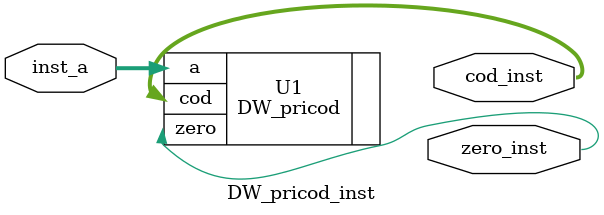
<source format=v>
module DW_pricod_inst (inst_a, cod_inst, zero_inst);

  parameter inst_a_width = 8;


  input  [inst_a_width-1 : 0] inst_a;
  output [inst_a_width-1 : 0] cod_inst;
  output zero_inst;

  // Instance of DW_pricod
  DW_pricod #(inst_a_width) 
    U1 ( .a(inst_a), .cod(cod_inst), .zero(zero_inst) );

endmodule

</source>
